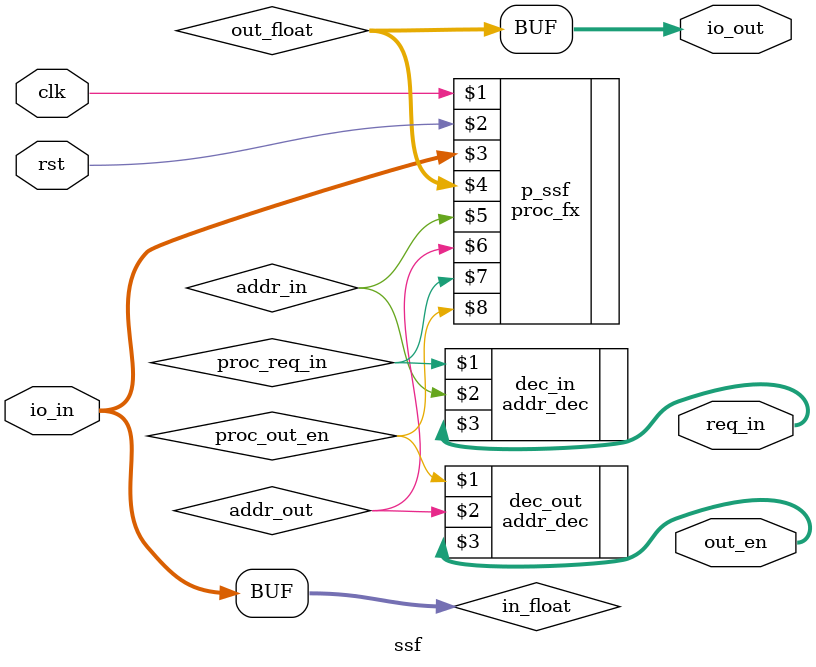
<source format=v>
module ssf (
input clk, rst,
input signed [31:0] io_in,
output signed [31:0] io_out,
output [1:0] req_in,
output [1:0] out_en);

wire signed [31:0] in_float;
wire signed [31:0] out_float;

assign in_float = io_in;

wire proc_req_in, proc_out_en;
wire [0:0] addr_in;
wire [0:0] addr_out;

proc_fx #(.NUBITS(32),
.MDATAS(408),
.MINSTS(4739),
.SDEPTH(16),
.NUIOIN(2),
.NUIOOU(2),
.NUGAIN(128),
.EQU(1),
.MLT(1),
.ADD(1),
.PSET(1),
.LES(1),
.NORMS(1),
.DFILE("C:/Users/melis/Desktop/GitDesk/ssf/ssf/Hardware/ssf_H/ssf_data.mif"),
.IFILE("C:/Users/melis/Desktop/GitDesk/ssf/ssf/Hardware/ssf_H/ssf_inst.mif")
) p_ssf (clk, rst, in_float, out_float, addr_in, addr_out, proc_req_in, proc_out_en);

assign io_out = out_float;

addr_dec #(2) dec_in (proc_req_in, addr_in , req_in);
addr_dec #(2) dec_out(proc_out_en, addr_out, out_en);

endmodule

</source>
